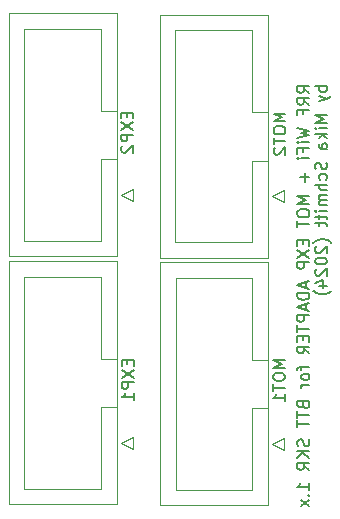
<source format=gbr>
%TF.GenerationSoftware,KiCad,Pcbnew,8.0.5*%
%TF.CreationDate,2024-09-24T01:03:51+02:00*%
%TF.ProjectId,RRF_MOT_EXP_ADAPTER,5252465f-4d4f-4545-9f45-58505f414441,rev?*%
%TF.SameCoordinates,Original*%
%TF.FileFunction,Legend,Bot*%
%TF.FilePolarity,Positive*%
%FSLAX46Y46*%
G04 Gerber Fmt 4.6, Leading zero omitted, Abs format (unit mm)*
G04 Created by KiCad (PCBNEW 8.0.5) date 2024-09-24 01:03:51*
%MOMM*%
%LPD*%
G01*
G04 APERTURE LIST*
%ADD10C,0.150000*%
%ADD11C,0.120000*%
G04 APERTURE END LIST*
D10*
X137369819Y-42086779D02*
X136369819Y-42086779D01*
X136750771Y-42086779D02*
X136703152Y-42182017D01*
X136703152Y-42182017D02*
X136703152Y-42372493D01*
X136703152Y-42372493D02*
X136750771Y-42467731D01*
X136750771Y-42467731D02*
X136798390Y-42515350D01*
X136798390Y-42515350D02*
X136893628Y-42562969D01*
X136893628Y-42562969D02*
X137179342Y-42562969D01*
X137179342Y-42562969D02*
X137274580Y-42515350D01*
X137274580Y-42515350D02*
X137322200Y-42467731D01*
X137322200Y-42467731D02*
X137369819Y-42372493D01*
X137369819Y-42372493D02*
X137369819Y-42182017D01*
X137369819Y-42182017D02*
X137322200Y-42086779D01*
X136703152Y-42896303D02*
X137369819Y-43134398D01*
X136703152Y-43372493D02*
X137369819Y-43134398D01*
X137369819Y-43134398D02*
X137607914Y-43039160D01*
X137607914Y-43039160D02*
X137655533Y-42991541D01*
X137655533Y-42991541D02*
X137703152Y-42896303D01*
X137369819Y-44515351D02*
X136369819Y-44515351D01*
X136369819Y-44515351D02*
X137084104Y-44848684D01*
X137084104Y-44848684D02*
X136369819Y-45182017D01*
X136369819Y-45182017D02*
X137369819Y-45182017D01*
X137369819Y-45658208D02*
X136703152Y-45658208D01*
X136369819Y-45658208D02*
X136417438Y-45610589D01*
X136417438Y-45610589D02*
X136465057Y-45658208D01*
X136465057Y-45658208D02*
X136417438Y-45705827D01*
X136417438Y-45705827D02*
X136369819Y-45658208D01*
X136369819Y-45658208D02*
X136465057Y-45658208D01*
X137369819Y-46134398D02*
X136369819Y-46134398D01*
X136988866Y-46229636D02*
X137369819Y-46515350D01*
X136703152Y-46515350D02*
X137084104Y-46134398D01*
X137369819Y-47372493D02*
X136846009Y-47372493D01*
X136846009Y-47372493D02*
X136750771Y-47324874D01*
X136750771Y-47324874D02*
X136703152Y-47229636D01*
X136703152Y-47229636D02*
X136703152Y-47039160D01*
X136703152Y-47039160D02*
X136750771Y-46943922D01*
X137322200Y-47372493D02*
X137369819Y-47277255D01*
X137369819Y-47277255D02*
X137369819Y-47039160D01*
X137369819Y-47039160D02*
X137322200Y-46943922D01*
X137322200Y-46943922D02*
X137226961Y-46896303D01*
X137226961Y-46896303D02*
X137131723Y-46896303D01*
X137131723Y-46896303D02*
X137036485Y-46943922D01*
X137036485Y-46943922D02*
X136988866Y-47039160D01*
X136988866Y-47039160D02*
X136988866Y-47277255D01*
X136988866Y-47277255D02*
X136941247Y-47372493D01*
X137322200Y-48562970D02*
X137369819Y-48705827D01*
X137369819Y-48705827D02*
X137369819Y-48943922D01*
X137369819Y-48943922D02*
X137322200Y-49039160D01*
X137322200Y-49039160D02*
X137274580Y-49086779D01*
X137274580Y-49086779D02*
X137179342Y-49134398D01*
X137179342Y-49134398D02*
X137084104Y-49134398D01*
X137084104Y-49134398D02*
X136988866Y-49086779D01*
X136988866Y-49086779D02*
X136941247Y-49039160D01*
X136941247Y-49039160D02*
X136893628Y-48943922D01*
X136893628Y-48943922D02*
X136846009Y-48753446D01*
X136846009Y-48753446D02*
X136798390Y-48658208D01*
X136798390Y-48658208D02*
X136750771Y-48610589D01*
X136750771Y-48610589D02*
X136655533Y-48562970D01*
X136655533Y-48562970D02*
X136560295Y-48562970D01*
X136560295Y-48562970D02*
X136465057Y-48610589D01*
X136465057Y-48610589D02*
X136417438Y-48658208D01*
X136417438Y-48658208D02*
X136369819Y-48753446D01*
X136369819Y-48753446D02*
X136369819Y-48991541D01*
X136369819Y-48991541D02*
X136417438Y-49134398D01*
X137322200Y-49991541D02*
X137369819Y-49896303D01*
X137369819Y-49896303D02*
X137369819Y-49705827D01*
X137369819Y-49705827D02*
X137322200Y-49610589D01*
X137322200Y-49610589D02*
X137274580Y-49562970D01*
X137274580Y-49562970D02*
X137179342Y-49515351D01*
X137179342Y-49515351D02*
X136893628Y-49515351D01*
X136893628Y-49515351D02*
X136798390Y-49562970D01*
X136798390Y-49562970D02*
X136750771Y-49610589D01*
X136750771Y-49610589D02*
X136703152Y-49705827D01*
X136703152Y-49705827D02*
X136703152Y-49896303D01*
X136703152Y-49896303D02*
X136750771Y-49991541D01*
X137369819Y-50420113D02*
X136369819Y-50420113D01*
X137369819Y-50848684D02*
X136846009Y-50848684D01*
X136846009Y-50848684D02*
X136750771Y-50801065D01*
X136750771Y-50801065D02*
X136703152Y-50705827D01*
X136703152Y-50705827D02*
X136703152Y-50562970D01*
X136703152Y-50562970D02*
X136750771Y-50467732D01*
X136750771Y-50467732D02*
X136798390Y-50420113D01*
X137369819Y-51324875D02*
X136703152Y-51324875D01*
X136798390Y-51324875D02*
X136750771Y-51372494D01*
X136750771Y-51372494D02*
X136703152Y-51467732D01*
X136703152Y-51467732D02*
X136703152Y-51610589D01*
X136703152Y-51610589D02*
X136750771Y-51705827D01*
X136750771Y-51705827D02*
X136846009Y-51753446D01*
X136846009Y-51753446D02*
X137369819Y-51753446D01*
X136846009Y-51753446D02*
X136750771Y-51801065D01*
X136750771Y-51801065D02*
X136703152Y-51896303D01*
X136703152Y-51896303D02*
X136703152Y-52039160D01*
X136703152Y-52039160D02*
X136750771Y-52134399D01*
X136750771Y-52134399D02*
X136846009Y-52182018D01*
X136846009Y-52182018D02*
X137369819Y-52182018D01*
X137369819Y-52658208D02*
X136703152Y-52658208D01*
X136369819Y-52658208D02*
X136417438Y-52610589D01*
X136417438Y-52610589D02*
X136465057Y-52658208D01*
X136465057Y-52658208D02*
X136417438Y-52705827D01*
X136417438Y-52705827D02*
X136369819Y-52658208D01*
X136369819Y-52658208D02*
X136465057Y-52658208D01*
X136703152Y-52991541D02*
X136703152Y-53372493D01*
X136369819Y-53134398D02*
X137226961Y-53134398D01*
X137226961Y-53134398D02*
X137322200Y-53182017D01*
X137322200Y-53182017D02*
X137369819Y-53277255D01*
X137369819Y-53277255D02*
X137369819Y-53372493D01*
X136703152Y-53562970D02*
X136703152Y-53943922D01*
X136369819Y-53705827D02*
X137226961Y-53705827D01*
X137226961Y-53705827D02*
X137322200Y-53753446D01*
X137322200Y-53753446D02*
X137369819Y-53848684D01*
X137369819Y-53848684D02*
X137369819Y-53943922D01*
X137750771Y-55324875D02*
X137703152Y-55277256D01*
X137703152Y-55277256D02*
X137560295Y-55182018D01*
X137560295Y-55182018D02*
X137465057Y-55134399D01*
X137465057Y-55134399D02*
X137322200Y-55086780D01*
X137322200Y-55086780D02*
X137084104Y-55039161D01*
X137084104Y-55039161D02*
X136893628Y-55039161D01*
X136893628Y-55039161D02*
X136655533Y-55086780D01*
X136655533Y-55086780D02*
X136512676Y-55134399D01*
X136512676Y-55134399D02*
X136417438Y-55182018D01*
X136417438Y-55182018D02*
X136274580Y-55277256D01*
X136274580Y-55277256D02*
X136226961Y-55324875D01*
X136465057Y-55658209D02*
X136417438Y-55705828D01*
X136417438Y-55705828D02*
X136369819Y-55801066D01*
X136369819Y-55801066D02*
X136369819Y-56039161D01*
X136369819Y-56039161D02*
X136417438Y-56134399D01*
X136417438Y-56134399D02*
X136465057Y-56182018D01*
X136465057Y-56182018D02*
X136560295Y-56229637D01*
X136560295Y-56229637D02*
X136655533Y-56229637D01*
X136655533Y-56229637D02*
X136798390Y-56182018D01*
X136798390Y-56182018D02*
X137369819Y-55610590D01*
X137369819Y-55610590D02*
X137369819Y-56229637D01*
X136369819Y-56848685D02*
X136369819Y-56943923D01*
X136369819Y-56943923D02*
X136417438Y-57039161D01*
X136417438Y-57039161D02*
X136465057Y-57086780D01*
X136465057Y-57086780D02*
X136560295Y-57134399D01*
X136560295Y-57134399D02*
X136750771Y-57182018D01*
X136750771Y-57182018D02*
X136988866Y-57182018D01*
X136988866Y-57182018D02*
X137179342Y-57134399D01*
X137179342Y-57134399D02*
X137274580Y-57086780D01*
X137274580Y-57086780D02*
X137322200Y-57039161D01*
X137322200Y-57039161D02*
X137369819Y-56943923D01*
X137369819Y-56943923D02*
X137369819Y-56848685D01*
X137369819Y-56848685D02*
X137322200Y-56753447D01*
X137322200Y-56753447D02*
X137274580Y-56705828D01*
X137274580Y-56705828D02*
X137179342Y-56658209D01*
X137179342Y-56658209D02*
X136988866Y-56610590D01*
X136988866Y-56610590D02*
X136750771Y-56610590D01*
X136750771Y-56610590D02*
X136560295Y-56658209D01*
X136560295Y-56658209D02*
X136465057Y-56705828D01*
X136465057Y-56705828D02*
X136417438Y-56753447D01*
X136417438Y-56753447D02*
X136369819Y-56848685D01*
X136465057Y-57562971D02*
X136417438Y-57610590D01*
X136417438Y-57610590D02*
X136369819Y-57705828D01*
X136369819Y-57705828D02*
X136369819Y-57943923D01*
X136369819Y-57943923D02*
X136417438Y-58039161D01*
X136417438Y-58039161D02*
X136465057Y-58086780D01*
X136465057Y-58086780D02*
X136560295Y-58134399D01*
X136560295Y-58134399D02*
X136655533Y-58134399D01*
X136655533Y-58134399D02*
X136798390Y-58086780D01*
X136798390Y-58086780D02*
X137369819Y-57515352D01*
X137369819Y-57515352D02*
X137369819Y-58134399D01*
X136703152Y-58991542D02*
X137369819Y-58991542D01*
X136322200Y-58753447D02*
X137036485Y-58515352D01*
X137036485Y-58515352D02*
X137036485Y-59134399D01*
X137750771Y-59420114D02*
X137703152Y-59467733D01*
X137703152Y-59467733D02*
X137560295Y-59562971D01*
X137560295Y-59562971D02*
X137465057Y-59610590D01*
X137465057Y-59610590D02*
X137322200Y-59658209D01*
X137322200Y-59658209D02*
X137084104Y-59705828D01*
X137084104Y-59705828D02*
X136893628Y-59705828D01*
X136893628Y-59705828D02*
X136655533Y-59658209D01*
X136655533Y-59658209D02*
X136512676Y-59610590D01*
X136512676Y-59610590D02*
X136417438Y-59562971D01*
X136417438Y-59562971D02*
X136274580Y-59467733D01*
X136274580Y-59467733D02*
X136226961Y-59420114D01*
X135869819Y-42658207D02*
X135393628Y-42324874D01*
X135869819Y-42086779D02*
X134869819Y-42086779D01*
X134869819Y-42086779D02*
X134869819Y-42467731D01*
X134869819Y-42467731D02*
X134917438Y-42562969D01*
X134917438Y-42562969D02*
X134965057Y-42610588D01*
X134965057Y-42610588D02*
X135060295Y-42658207D01*
X135060295Y-42658207D02*
X135203152Y-42658207D01*
X135203152Y-42658207D02*
X135298390Y-42610588D01*
X135298390Y-42610588D02*
X135346009Y-42562969D01*
X135346009Y-42562969D02*
X135393628Y-42467731D01*
X135393628Y-42467731D02*
X135393628Y-42086779D01*
X135869819Y-43658207D02*
X135393628Y-43324874D01*
X135869819Y-43086779D02*
X134869819Y-43086779D01*
X134869819Y-43086779D02*
X134869819Y-43467731D01*
X134869819Y-43467731D02*
X134917438Y-43562969D01*
X134917438Y-43562969D02*
X134965057Y-43610588D01*
X134965057Y-43610588D02*
X135060295Y-43658207D01*
X135060295Y-43658207D02*
X135203152Y-43658207D01*
X135203152Y-43658207D02*
X135298390Y-43610588D01*
X135298390Y-43610588D02*
X135346009Y-43562969D01*
X135346009Y-43562969D02*
X135393628Y-43467731D01*
X135393628Y-43467731D02*
X135393628Y-43086779D01*
X135346009Y-44420112D02*
X135346009Y-44086779D01*
X135869819Y-44086779D02*
X134869819Y-44086779D01*
X134869819Y-44086779D02*
X134869819Y-44562969D01*
X134869819Y-45610589D02*
X135869819Y-45848684D01*
X135869819Y-45848684D02*
X135155533Y-46039160D01*
X135155533Y-46039160D02*
X135869819Y-46229636D01*
X135869819Y-46229636D02*
X134869819Y-46467732D01*
X135869819Y-46848684D02*
X135203152Y-46848684D01*
X134869819Y-46848684D02*
X134917438Y-46801065D01*
X134917438Y-46801065D02*
X134965057Y-46848684D01*
X134965057Y-46848684D02*
X134917438Y-46896303D01*
X134917438Y-46896303D02*
X134869819Y-46848684D01*
X134869819Y-46848684D02*
X134965057Y-46848684D01*
X135346009Y-47658207D02*
X135346009Y-47324874D01*
X135869819Y-47324874D02*
X134869819Y-47324874D01*
X134869819Y-47324874D02*
X134869819Y-47801064D01*
X135869819Y-48182017D02*
X135203152Y-48182017D01*
X134869819Y-48182017D02*
X134917438Y-48134398D01*
X134917438Y-48134398D02*
X134965057Y-48182017D01*
X134965057Y-48182017D02*
X134917438Y-48229636D01*
X134917438Y-48229636D02*
X134869819Y-48182017D01*
X134869819Y-48182017D02*
X134965057Y-48182017D01*
X135488866Y-49420112D02*
X135488866Y-50182017D01*
X135869819Y-49801064D02*
X135107914Y-49801064D01*
X135869819Y-51420112D02*
X134869819Y-51420112D01*
X134869819Y-51420112D02*
X135584104Y-51753445D01*
X135584104Y-51753445D02*
X134869819Y-52086778D01*
X134869819Y-52086778D02*
X135869819Y-52086778D01*
X134869819Y-52753445D02*
X134869819Y-52943921D01*
X134869819Y-52943921D02*
X134917438Y-53039159D01*
X134917438Y-53039159D02*
X135012676Y-53134397D01*
X135012676Y-53134397D02*
X135203152Y-53182016D01*
X135203152Y-53182016D02*
X135536485Y-53182016D01*
X135536485Y-53182016D02*
X135726961Y-53134397D01*
X135726961Y-53134397D02*
X135822200Y-53039159D01*
X135822200Y-53039159D02*
X135869819Y-52943921D01*
X135869819Y-52943921D02*
X135869819Y-52753445D01*
X135869819Y-52753445D02*
X135822200Y-52658207D01*
X135822200Y-52658207D02*
X135726961Y-52562969D01*
X135726961Y-52562969D02*
X135536485Y-52515350D01*
X135536485Y-52515350D02*
X135203152Y-52515350D01*
X135203152Y-52515350D02*
X135012676Y-52562969D01*
X135012676Y-52562969D02*
X134917438Y-52658207D01*
X134917438Y-52658207D02*
X134869819Y-52753445D01*
X134869819Y-53467731D02*
X134869819Y-54039159D01*
X135869819Y-53753445D02*
X134869819Y-53753445D01*
X135346009Y-55134398D02*
X135346009Y-55467731D01*
X135869819Y-55610588D02*
X135869819Y-55134398D01*
X135869819Y-55134398D02*
X134869819Y-55134398D01*
X134869819Y-55134398D02*
X134869819Y-55610588D01*
X134869819Y-55943922D02*
X135869819Y-56610588D01*
X134869819Y-56610588D02*
X135869819Y-55943922D01*
X135869819Y-56991541D02*
X134869819Y-56991541D01*
X134869819Y-56991541D02*
X134869819Y-57372493D01*
X134869819Y-57372493D02*
X134917438Y-57467731D01*
X134917438Y-57467731D02*
X134965057Y-57515350D01*
X134965057Y-57515350D02*
X135060295Y-57562969D01*
X135060295Y-57562969D02*
X135203152Y-57562969D01*
X135203152Y-57562969D02*
X135298390Y-57515350D01*
X135298390Y-57515350D02*
X135346009Y-57467731D01*
X135346009Y-57467731D02*
X135393628Y-57372493D01*
X135393628Y-57372493D02*
X135393628Y-56991541D01*
X135584104Y-58705827D02*
X135584104Y-59182017D01*
X135869819Y-58610589D02*
X134869819Y-58943922D01*
X134869819Y-58943922D02*
X135869819Y-59277255D01*
X135869819Y-59610589D02*
X134869819Y-59610589D01*
X134869819Y-59610589D02*
X134869819Y-59848684D01*
X134869819Y-59848684D02*
X134917438Y-59991541D01*
X134917438Y-59991541D02*
X135012676Y-60086779D01*
X135012676Y-60086779D02*
X135107914Y-60134398D01*
X135107914Y-60134398D02*
X135298390Y-60182017D01*
X135298390Y-60182017D02*
X135441247Y-60182017D01*
X135441247Y-60182017D02*
X135631723Y-60134398D01*
X135631723Y-60134398D02*
X135726961Y-60086779D01*
X135726961Y-60086779D02*
X135822200Y-59991541D01*
X135822200Y-59991541D02*
X135869819Y-59848684D01*
X135869819Y-59848684D02*
X135869819Y-59610589D01*
X135584104Y-60562970D02*
X135584104Y-61039160D01*
X135869819Y-60467732D02*
X134869819Y-60801065D01*
X134869819Y-60801065D02*
X135869819Y-61134398D01*
X135869819Y-61467732D02*
X134869819Y-61467732D01*
X134869819Y-61467732D02*
X134869819Y-61848684D01*
X134869819Y-61848684D02*
X134917438Y-61943922D01*
X134917438Y-61943922D02*
X134965057Y-61991541D01*
X134965057Y-61991541D02*
X135060295Y-62039160D01*
X135060295Y-62039160D02*
X135203152Y-62039160D01*
X135203152Y-62039160D02*
X135298390Y-61991541D01*
X135298390Y-61991541D02*
X135346009Y-61943922D01*
X135346009Y-61943922D02*
X135393628Y-61848684D01*
X135393628Y-61848684D02*
X135393628Y-61467732D01*
X134869819Y-62324875D02*
X134869819Y-62896303D01*
X135869819Y-62610589D02*
X134869819Y-62610589D01*
X135346009Y-63229637D02*
X135346009Y-63562970D01*
X135869819Y-63705827D02*
X135869819Y-63229637D01*
X135869819Y-63229637D02*
X134869819Y-63229637D01*
X134869819Y-63229637D02*
X134869819Y-63705827D01*
X135869819Y-64705827D02*
X135393628Y-64372494D01*
X135869819Y-64134399D02*
X134869819Y-64134399D01*
X134869819Y-64134399D02*
X134869819Y-64515351D01*
X134869819Y-64515351D02*
X134917438Y-64610589D01*
X134917438Y-64610589D02*
X134965057Y-64658208D01*
X134965057Y-64658208D02*
X135060295Y-64705827D01*
X135060295Y-64705827D02*
X135203152Y-64705827D01*
X135203152Y-64705827D02*
X135298390Y-64658208D01*
X135298390Y-64658208D02*
X135346009Y-64610589D01*
X135346009Y-64610589D02*
X135393628Y-64515351D01*
X135393628Y-64515351D02*
X135393628Y-64134399D01*
X135203152Y-65753447D02*
X135203152Y-66134399D01*
X135869819Y-65896304D02*
X135012676Y-65896304D01*
X135012676Y-65896304D02*
X134917438Y-65943923D01*
X134917438Y-65943923D02*
X134869819Y-66039161D01*
X134869819Y-66039161D02*
X134869819Y-66134399D01*
X135869819Y-66610590D02*
X135822200Y-66515352D01*
X135822200Y-66515352D02*
X135774580Y-66467733D01*
X135774580Y-66467733D02*
X135679342Y-66420114D01*
X135679342Y-66420114D02*
X135393628Y-66420114D01*
X135393628Y-66420114D02*
X135298390Y-66467733D01*
X135298390Y-66467733D02*
X135250771Y-66515352D01*
X135250771Y-66515352D02*
X135203152Y-66610590D01*
X135203152Y-66610590D02*
X135203152Y-66753447D01*
X135203152Y-66753447D02*
X135250771Y-66848685D01*
X135250771Y-66848685D02*
X135298390Y-66896304D01*
X135298390Y-66896304D02*
X135393628Y-66943923D01*
X135393628Y-66943923D02*
X135679342Y-66943923D01*
X135679342Y-66943923D02*
X135774580Y-66896304D01*
X135774580Y-66896304D02*
X135822200Y-66848685D01*
X135822200Y-66848685D02*
X135869819Y-66753447D01*
X135869819Y-66753447D02*
X135869819Y-66610590D01*
X135869819Y-67372495D02*
X135203152Y-67372495D01*
X135393628Y-67372495D02*
X135298390Y-67420114D01*
X135298390Y-67420114D02*
X135250771Y-67467733D01*
X135250771Y-67467733D02*
X135203152Y-67562971D01*
X135203152Y-67562971D02*
X135203152Y-67658209D01*
X135346009Y-69086781D02*
X135393628Y-69229638D01*
X135393628Y-69229638D02*
X135441247Y-69277257D01*
X135441247Y-69277257D02*
X135536485Y-69324876D01*
X135536485Y-69324876D02*
X135679342Y-69324876D01*
X135679342Y-69324876D02*
X135774580Y-69277257D01*
X135774580Y-69277257D02*
X135822200Y-69229638D01*
X135822200Y-69229638D02*
X135869819Y-69134400D01*
X135869819Y-69134400D02*
X135869819Y-68753448D01*
X135869819Y-68753448D02*
X134869819Y-68753448D01*
X134869819Y-68753448D02*
X134869819Y-69086781D01*
X134869819Y-69086781D02*
X134917438Y-69182019D01*
X134917438Y-69182019D02*
X134965057Y-69229638D01*
X134965057Y-69229638D02*
X135060295Y-69277257D01*
X135060295Y-69277257D02*
X135155533Y-69277257D01*
X135155533Y-69277257D02*
X135250771Y-69229638D01*
X135250771Y-69229638D02*
X135298390Y-69182019D01*
X135298390Y-69182019D02*
X135346009Y-69086781D01*
X135346009Y-69086781D02*
X135346009Y-68753448D01*
X134869819Y-69610591D02*
X134869819Y-70182019D01*
X135869819Y-69896305D02*
X134869819Y-69896305D01*
X134869819Y-70372496D02*
X134869819Y-70943924D01*
X135869819Y-70658210D02*
X134869819Y-70658210D01*
X135822200Y-71991544D02*
X135869819Y-72134401D01*
X135869819Y-72134401D02*
X135869819Y-72372496D01*
X135869819Y-72372496D02*
X135822200Y-72467734D01*
X135822200Y-72467734D02*
X135774580Y-72515353D01*
X135774580Y-72515353D02*
X135679342Y-72562972D01*
X135679342Y-72562972D02*
X135584104Y-72562972D01*
X135584104Y-72562972D02*
X135488866Y-72515353D01*
X135488866Y-72515353D02*
X135441247Y-72467734D01*
X135441247Y-72467734D02*
X135393628Y-72372496D01*
X135393628Y-72372496D02*
X135346009Y-72182020D01*
X135346009Y-72182020D02*
X135298390Y-72086782D01*
X135298390Y-72086782D02*
X135250771Y-72039163D01*
X135250771Y-72039163D02*
X135155533Y-71991544D01*
X135155533Y-71991544D02*
X135060295Y-71991544D01*
X135060295Y-71991544D02*
X134965057Y-72039163D01*
X134965057Y-72039163D02*
X134917438Y-72086782D01*
X134917438Y-72086782D02*
X134869819Y-72182020D01*
X134869819Y-72182020D02*
X134869819Y-72420115D01*
X134869819Y-72420115D02*
X134917438Y-72562972D01*
X135869819Y-72991544D02*
X134869819Y-72991544D01*
X135869819Y-73562972D02*
X135298390Y-73134401D01*
X134869819Y-73562972D02*
X135441247Y-72991544D01*
X135869819Y-74562972D02*
X135393628Y-74229639D01*
X135869819Y-73991544D02*
X134869819Y-73991544D01*
X134869819Y-73991544D02*
X134869819Y-74372496D01*
X134869819Y-74372496D02*
X134917438Y-74467734D01*
X134917438Y-74467734D02*
X134965057Y-74515353D01*
X134965057Y-74515353D02*
X135060295Y-74562972D01*
X135060295Y-74562972D02*
X135203152Y-74562972D01*
X135203152Y-74562972D02*
X135298390Y-74515353D01*
X135298390Y-74515353D02*
X135346009Y-74467734D01*
X135346009Y-74467734D02*
X135393628Y-74372496D01*
X135393628Y-74372496D02*
X135393628Y-73991544D01*
X135869819Y-76277258D02*
X135869819Y-75705830D01*
X135869819Y-75991544D02*
X134869819Y-75991544D01*
X134869819Y-75991544D02*
X135012676Y-75896306D01*
X135012676Y-75896306D02*
X135107914Y-75801068D01*
X135107914Y-75801068D02*
X135155533Y-75705830D01*
X135774580Y-76705830D02*
X135822200Y-76753449D01*
X135822200Y-76753449D02*
X135869819Y-76705830D01*
X135869819Y-76705830D02*
X135822200Y-76658211D01*
X135822200Y-76658211D02*
X135774580Y-76705830D01*
X135774580Y-76705830D02*
X135869819Y-76705830D01*
X135869819Y-77086782D02*
X135203152Y-77610591D01*
X135203152Y-77086782D02*
X135869819Y-77610591D01*
X133808358Y-65269512D02*
X132808358Y-65269512D01*
X132808358Y-65269512D02*
X133522643Y-65602845D01*
X133522643Y-65602845D02*
X132808358Y-65936178D01*
X132808358Y-65936178D02*
X133808358Y-65936178D01*
X132808358Y-66602845D02*
X132808358Y-66793321D01*
X132808358Y-66793321D02*
X132855977Y-66888559D01*
X132855977Y-66888559D02*
X132951215Y-66983797D01*
X132951215Y-66983797D02*
X133141691Y-67031416D01*
X133141691Y-67031416D02*
X133475024Y-67031416D01*
X133475024Y-67031416D02*
X133665500Y-66983797D01*
X133665500Y-66983797D02*
X133760739Y-66888559D01*
X133760739Y-66888559D02*
X133808358Y-66793321D01*
X133808358Y-66793321D02*
X133808358Y-66602845D01*
X133808358Y-66602845D02*
X133760739Y-66507607D01*
X133760739Y-66507607D02*
X133665500Y-66412369D01*
X133665500Y-66412369D02*
X133475024Y-66364750D01*
X133475024Y-66364750D02*
X133141691Y-66364750D01*
X133141691Y-66364750D02*
X132951215Y-66412369D01*
X132951215Y-66412369D02*
X132855977Y-66507607D01*
X132855977Y-66507607D02*
X132808358Y-66602845D01*
X132808358Y-67317131D02*
X132808358Y-67888559D01*
X133808358Y-67602845D02*
X132808358Y-67602845D01*
X133808358Y-68745702D02*
X133808358Y-68174274D01*
X133808358Y-68459988D02*
X132808358Y-68459988D01*
X132808358Y-68459988D02*
X132951215Y-68364750D01*
X132951215Y-68364750D02*
X133046453Y-68269512D01*
X133046453Y-68269512D02*
X133094072Y-68174274D01*
X133847579Y-44404126D02*
X132847579Y-44404126D01*
X132847579Y-44404126D02*
X133561864Y-44737459D01*
X133561864Y-44737459D02*
X132847579Y-45070792D01*
X132847579Y-45070792D02*
X133847579Y-45070792D01*
X132847579Y-45737459D02*
X132847579Y-45927935D01*
X132847579Y-45927935D02*
X132895198Y-46023173D01*
X132895198Y-46023173D02*
X132990436Y-46118411D01*
X132990436Y-46118411D02*
X133180912Y-46166030D01*
X133180912Y-46166030D02*
X133514245Y-46166030D01*
X133514245Y-46166030D02*
X133704721Y-46118411D01*
X133704721Y-46118411D02*
X133799960Y-46023173D01*
X133799960Y-46023173D02*
X133847579Y-45927935D01*
X133847579Y-45927935D02*
X133847579Y-45737459D01*
X133847579Y-45737459D02*
X133799960Y-45642221D01*
X133799960Y-45642221D02*
X133704721Y-45546983D01*
X133704721Y-45546983D02*
X133514245Y-45499364D01*
X133514245Y-45499364D02*
X133180912Y-45499364D01*
X133180912Y-45499364D02*
X132990436Y-45546983D01*
X132990436Y-45546983D02*
X132895198Y-45642221D01*
X132895198Y-45642221D02*
X132847579Y-45737459D01*
X132847579Y-46451745D02*
X132847579Y-47023173D01*
X133847579Y-46737459D02*
X132847579Y-46737459D01*
X132942817Y-47308888D02*
X132895198Y-47356507D01*
X132895198Y-47356507D02*
X132847579Y-47451745D01*
X132847579Y-47451745D02*
X132847579Y-47689840D01*
X132847579Y-47689840D02*
X132895198Y-47785078D01*
X132895198Y-47785078D02*
X132942817Y-47832697D01*
X132942817Y-47832697D02*
X133038055Y-47880316D01*
X133038055Y-47880316D02*
X133133293Y-47880316D01*
X133133293Y-47880316D02*
X133276150Y-47832697D01*
X133276150Y-47832697D02*
X133847579Y-47261269D01*
X133847579Y-47261269D02*
X133847579Y-47880316D01*
X120431009Y-44333333D02*
X120431009Y-44666666D01*
X120954819Y-44809523D02*
X120954819Y-44333333D01*
X120954819Y-44333333D02*
X119954819Y-44333333D01*
X119954819Y-44333333D02*
X119954819Y-44809523D01*
X119954819Y-45142857D02*
X120954819Y-45809523D01*
X119954819Y-45809523D02*
X120954819Y-45142857D01*
X120954819Y-46190476D02*
X119954819Y-46190476D01*
X119954819Y-46190476D02*
X119954819Y-46571428D01*
X119954819Y-46571428D02*
X120002438Y-46666666D01*
X120002438Y-46666666D02*
X120050057Y-46714285D01*
X120050057Y-46714285D02*
X120145295Y-46761904D01*
X120145295Y-46761904D02*
X120288152Y-46761904D01*
X120288152Y-46761904D02*
X120383390Y-46714285D01*
X120383390Y-46714285D02*
X120431009Y-46666666D01*
X120431009Y-46666666D02*
X120478628Y-46571428D01*
X120478628Y-46571428D02*
X120478628Y-46190476D01*
X120050057Y-47142857D02*
X120002438Y-47190476D01*
X120002438Y-47190476D02*
X119954819Y-47285714D01*
X119954819Y-47285714D02*
X119954819Y-47523809D01*
X119954819Y-47523809D02*
X120002438Y-47619047D01*
X120002438Y-47619047D02*
X120050057Y-47666666D01*
X120050057Y-47666666D02*
X120145295Y-47714285D01*
X120145295Y-47714285D02*
X120240533Y-47714285D01*
X120240533Y-47714285D02*
X120383390Y-47666666D01*
X120383390Y-47666666D02*
X120954819Y-47095238D01*
X120954819Y-47095238D02*
X120954819Y-47714285D01*
X120466367Y-65288393D02*
X120466367Y-65621726D01*
X120990177Y-65764583D02*
X120990177Y-65288393D01*
X120990177Y-65288393D02*
X119990177Y-65288393D01*
X119990177Y-65288393D02*
X119990177Y-65764583D01*
X119990177Y-66097917D02*
X120990177Y-66764583D01*
X119990177Y-66764583D02*
X120990177Y-66097917D01*
X120990177Y-67145536D02*
X119990177Y-67145536D01*
X119990177Y-67145536D02*
X119990177Y-67526488D01*
X119990177Y-67526488D02*
X120037796Y-67621726D01*
X120037796Y-67621726D02*
X120085415Y-67669345D01*
X120085415Y-67669345D02*
X120180653Y-67716964D01*
X120180653Y-67716964D02*
X120323510Y-67716964D01*
X120323510Y-67716964D02*
X120418748Y-67669345D01*
X120418748Y-67669345D02*
X120466367Y-67621726D01*
X120466367Y-67621726D02*
X120513986Y-67526488D01*
X120513986Y-67526488D02*
X120513986Y-67145536D01*
X120990177Y-68669345D02*
X120990177Y-68097917D01*
X120990177Y-68383631D02*
X119990177Y-68383631D01*
X119990177Y-68383631D02*
X120133034Y-68288393D01*
X120133034Y-68288393D02*
X120228272Y-68193155D01*
X120228272Y-68193155D02*
X120275891Y-68097917D01*
D11*
%TO.C,MOT1*%
X123241122Y-57004585D02*
X123241122Y-77584585D01*
X123241122Y-77584585D02*
X132361122Y-77584585D01*
X124551122Y-58304585D02*
X124551122Y-76284585D01*
X124551122Y-76284585D02*
X131051122Y-76284585D01*
X131051122Y-58304585D02*
X124551122Y-58304585D01*
X131051122Y-65244585D02*
X131051122Y-58304585D01*
X131051122Y-65244585D02*
X131051122Y-65244585D01*
X131051122Y-69344585D02*
X132361122Y-69344585D01*
X131051122Y-76284585D02*
X131051122Y-69344585D01*
X132361122Y-57004585D02*
X123241122Y-57004585D01*
X132361122Y-65244585D02*
X131051122Y-65244585D01*
X132361122Y-77584585D02*
X132361122Y-57004585D01*
X132751122Y-72374585D02*
X133751122Y-71874585D01*
X133751122Y-71874585D02*
X133751122Y-72874585D01*
X133751122Y-72874585D02*
X132751122Y-72374585D01*
%TO.C,MOT2*%
X123219618Y-36039734D02*
X123219618Y-56619734D01*
X123219618Y-56619734D02*
X132339618Y-56619734D01*
X124529618Y-37339734D02*
X124529618Y-55319734D01*
X124529618Y-55319734D02*
X131029618Y-55319734D01*
X131029618Y-37339734D02*
X124529618Y-37339734D01*
X131029618Y-44279734D02*
X131029618Y-37339734D01*
X131029618Y-44279734D02*
X131029618Y-44279734D01*
X131029618Y-48379734D02*
X132339618Y-48379734D01*
X131029618Y-55319734D02*
X131029618Y-48379734D01*
X132339618Y-36039734D02*
X123219618Y-36039734D01*
X132339618Y-44279734D02*
X131029618Y-44279734D01*
X132339618Y-56619734D02*
X132339618Y-36039734D01*
X132729618Y-51409734D02*
X133729618Y-50909734D01*
X133729618Y-50909734D02*
X133729618Y-51909734D01*
X133729618Y-51909734D02*
X132729618Y-51409734D01*
%TO.C,EXP2*%
X110433646Y-35920940D02*
X110433646Y-56500940D01*
X110433646Y-56500940D02*
X119553646Y-56500940D01*
X111743646Y-37220940D02*
X111743646Y-55200940D01*
X111743646Y-55200940D02*
X118243646Y-55200940D01*
X118243646Y-37220940D02*
X111743646Y-37220940D01*
X118243646Y-44160940D02*
X118243646Y-37220940D01*
X118243646Y-44160940D02*
X118243646Y-44160940D01*
X118243646Y-48260940D02*
X119553646Y-48260940D01*
X118243646Y-55200940D02*
X118243646Y-48260940D01*
X119553646Y-35920940D02*
X110433646Y-35920940D01*
X119553646Y-44160940D02*
X118243646Y-44160940D01*
X119553646Y-56500940D02*
X119553646Y-35920940D01*
X119943646Y-51290940D02*
X120943646Y-50790940D01*
X120943646Y-50790940D02*
X120943646Y-51790940D01*
X120943646Y-51790940D02*
X119943646Y-51290940D01*
%TO.C,EXP1*%
X110436006Y-56911948D02*
X110436006Y-77491948D01*
X110436006Y-77491948D02*
X119556006Y-77491948D01*
X111746006Y-58211948D02*
X111746006Y-76191948D01*
X111746006Y-76191948D02*
X118246006Y-76191948D01*
X118246006Y-58211948D02*
X111746006Y-58211948D01*
X118246006Y-65151948D02*
X118246006Y-58211948D01*
X118246006Y-65151948D02*
X118246006Y-65151948D01*
X118246006Y-69251948D02*
X119556006Y-69251948D01*
X118246006Y-76191948D02*
X118246006Y-69251948D01*
X119556006Y-56911948D02*
X110436006Y-56911948D01*
X119556006Y-65151948D02*
X118246006Y-65151948D01*
X119556006Y-77491948D02*
X119556006Y-56911948D01*
X119946006Y-72281948D02*
X120946006Y-71781948D01*
X120946006Y-71781948D02*
X120946006Y-72781948D01*
X120946006Y-72781948D02*
X119946006Y-72281948D01*
%TD*%
M02*

</source>
